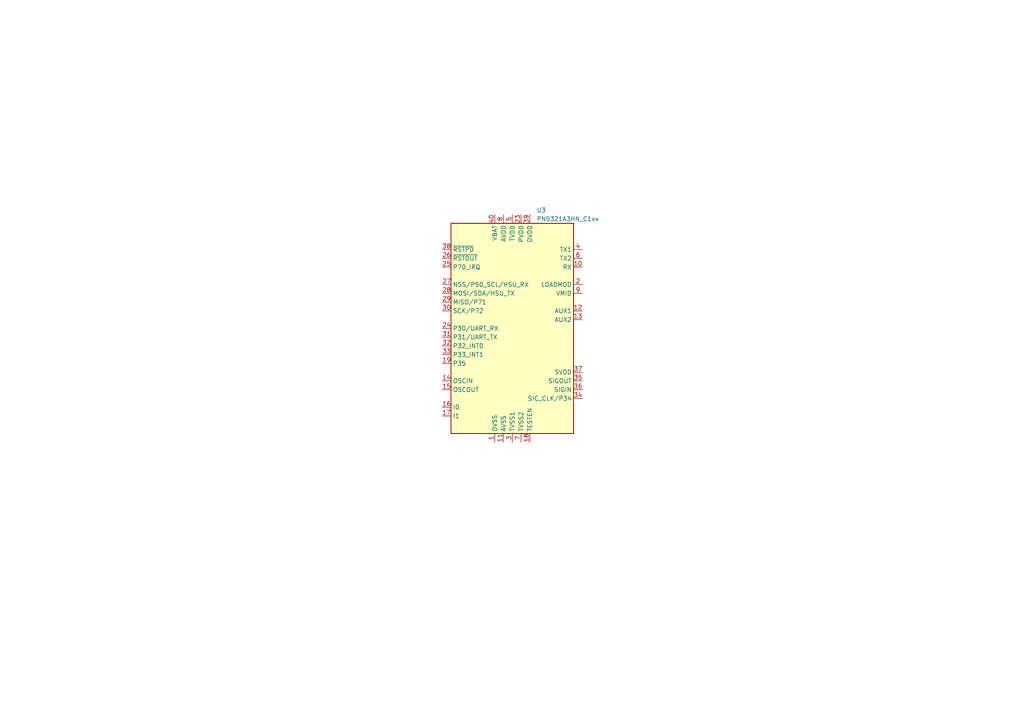
<source format=kicad_sch>
(kicad_sch (version 20231120) (generator "eeschema") (generator_version "8.0")
  (paper "A4")
  (lib_symbols
    (symbol "RF_NFC:PN5321A3HN_C1xx"
      (property "Reference" "U" (at -15.24 31.75 0))
      (property "Value" "PN5321A3HN_C1xx" (at 15.24 31.75 0))
      (symbol "PN5321A3HN_C1xx_0_1"
        (rectangle (start -17.78 30.48) (end 17.78 -30.48) (stroke (width 0.254)) (fill (type background)))
      )
      (symbol "PN5321A3HN_C1xx_1_1"
        (pin power_in line (at -5.08 -33.02 90) (length 2.54) (name "DVSS") (number "1"))
        (pin input line (at 20.32 17.78 180) (length 2.54) (name "RX") (number "10"))
        (pin power_in line (at -2.54 -33.02 90) (length 2.54) (name "AVSS") (number "11"))
        (pin output line (at 20.32 5.08 180) (length 2.54) (name "AUX1") (number "12"))
        (pin output line (at 20.32 2.54 180) (length 2.54) (name "AUX2") (number "13"))
        (pin input line (at -20.32 -15.24 0) (length 2.54) (name "OSCIN") (number "14"))
        (pin output line (at -20.32 -17.78 0) (length 2.54) (name "OSCOUT") (number "15"))
        (pin passive line (at -20.32 -22.86 0) (length 2.54) (name "I0") (number "16"))
        (pin passive line (at -20.32 -25.4 0) (length 2.54) (name "I1") (number "17"))
        (pin passive line (at 5.08 -33.02 90) (length 2.54) (name "TESTEN") (number "18"))
        (pin bidirectional line (at -20.32 -10.16 0) (length 2.54) (name "P35") (number "19"))
        (pin output line (at 20.32 12.7 180) (length 2.54) (name "LOADMOD") (number "2"))
        (pin no_connect line (at 17.78 -2.54 180) (length 2.54) hide (name "N.C.") (number "20"))
        (pin no_connect line (at 17.78 -5.08 180) (length 2.54) hide (name "N.C.") (number "21"))
        (pin no_connect line (at 17.78 -7.62 180) (length 2.54) hide (name "N.C.") (number "22"))
        (pin power_in line (at 2.54 33.02 270) (length 2.54) (name "PVDD") (number "23"))
        (pin bidirectional line (at -20.32 0 0) (length 2.54) (name "P30/UART_RX") (number "24"))
        (pin bidirectional line (at -20.32 17.78 0) (length 2.54) (name "P70_IRQ") (number "25"))
        (pin output line (at -20.32 20.32 0) (length 2.54) (name "~{RSTOUT}") (number "26"))
        (pin bidirectional line (at -20.32 12.7 0) (length 2.54) (name "NSS/P50_SCL/HSU_RX") (number "27"))
        (pin bidirectional line (at -20.32 10.16 0) (length 2.54) (name "MOSI/SDA/HSU_TX") (number "28"))
        (pin bidirectional line (at -20.32 7.62 0) (length 2.54) (name "MISO/P71") (number "29"))
        (pin power_in line (at 0 -33.02 90) (length 2.54) (name "TVSS1") (number "3"))
        (pin bidirectional line (at -20.32 5.08 0) (length 2.54) (name "SCK/P72") (number "30"))
        (pin bidirectional line (at -20.32 -2.54 0) (length 2.54) (name "P31/UART_TX") (number "31"))
        (pin bidirectional line (at -20.32 -5.08 0) (length 2.54) (name "P32_INT0") (number "32"))
        (pin bidirectional line (at -20.32 -7.62 0) (length 2.54) (name "P33_INT1") (number "33"))
        (pin bidirectional line (at 20.32 -20.32 180) (length 2.54) (name "SIC_CLK/P34") (number "34"))
        (pin output line (at 20.32 -15.24 180) (length 2.54) (name "SIGOUT") (number "35"))
        (pin input line (at 20.32 -17.78 180) (length 2.54) (name "SIGIN") (number "36"))
        (pin output line (at 20.32 -12.7 180) (length 2.54) (name "SVDD") (number "37"))
        (pin input line (at -20.32 22.86 0) (length 2.54) (name "~{RSTPD}") (number "38"))
        (pin power_out line (at 5.08 33.02 270) (length 2.54) (name "DVDD") (number "39"))
        (pin output line (at 20.32 22.86 180) (length 2.54) (name "TX1") (number "4"))
        (pin power_in line (at -5.08 33.02 270) (length 2.54) (name "VBAT") (number "40"))
        (pin passive line (at -2.54 -33.02 90) (length 2.54) hide (name "AVSS") (number "41"))
        (pin power_in line (at 0 33.02 270) (length 2.54) (name "TVDD") (number "5"))
        (pin output line (at 20.32 20.32 180) (length 2.54) (name "TX2") (number "6"))
        (pin power_in line (at 2.54 -33.02 90) (length 2.54) (name "TVSS2") (number "7"))
        (pin power_in line (at -2.54 33.02 270) (length 2.54) (name "AVDD") (number "8"))
        (pin output line (at 20.32 10.16 180) (length 2.54) (name "VMID") (number "9"))
      )
    )
  )
  (symbol (lib_id "RF_NFC:PN5321A3HN_C1xx") (at 148.59 95.25 0) (unit 1)
    (property "Reference" "U3" (at 155.6259 60.96 0) (effects (justify left)))
    (property "Value" "PN5321A3HN_C1xx" (at 155.6259 63.5 0) (effects (justify left)))
    (property "Footprint" "Package_DFN_QFN:HVQFN-40-1EP_6x6mm_P0.5mm_EP4.1x4.1mm" (effects (hide yes)))
    (property "Datasheet" "https://www.nxp.com/docs/en/nxp/data-sheets/PN532_C1.pdf" (effects (hide yes)))
  )
)
</source>
